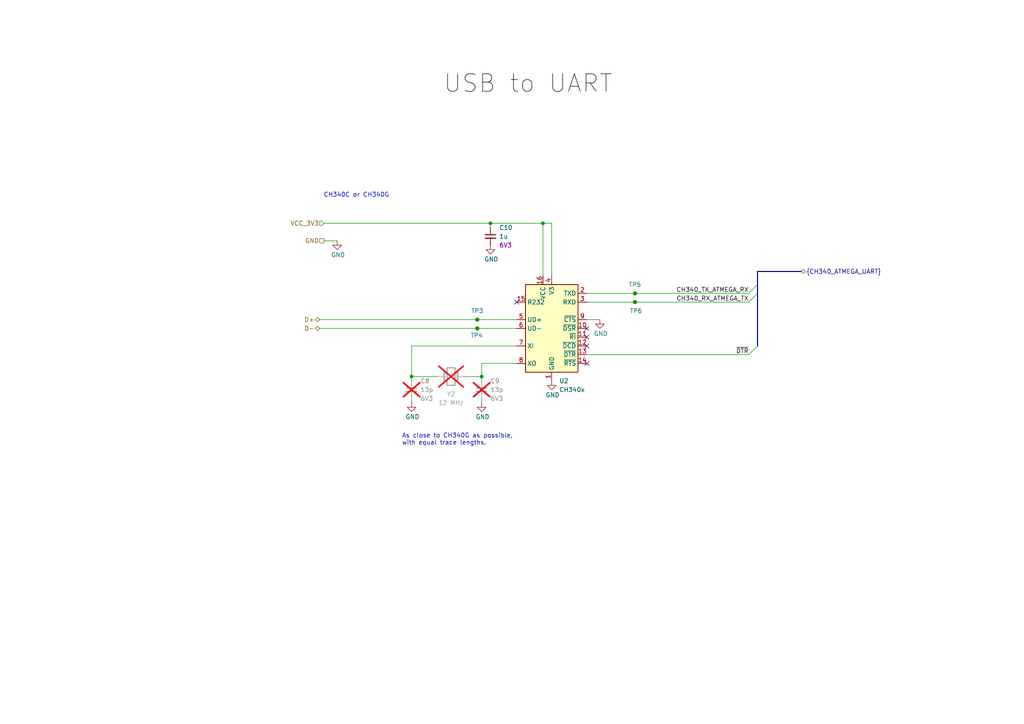
<source format=kicad_sch>
(kicad_sch (version 20250114) (generator "eeschema") (generator_version "9.0")
  (paper "A4")
  (title_block (title "MAGE-CANBOB-002") (date "2025-05-14") (rev "1") (comment 1 "Yiannis Michael") (comment 2 "2025-05-14") (comment 3 "Chris Thomas") (comment 4 "2025-06-02"))
  (lib_symbols
    (symbol "Connector:TestPoint_Small" (pin_numbers (hide yes)) (pin_names (offset 0.762) (hide yes))
      (property "Reference" "TP" (at 0 3.81 0))
      (property "Value" "TestPoint_Small" (at 0 2.032 0))
      (symbol "TestPoint_Small_0_1"
        (circle (center 0 0) (radius 0.508))
      )
      (symbol "TestPoint_Small_1_1"
        (pin passive line (at 0 0 90) (length 0) (name "1") (number "1"))
      )
    )
    (symbol "Device:C_Small" (pin_numbers (hide yes)) (pin_names (offset 0.254) (hide yes))
      (property "Reference" "C" (at 0.254 1.778 0))
      (property "Value" "C_Small" (at 0.254 -2.032 0))
      (symbol "C_Small_0_1"
        (polyline (pts (xy -1.524 0.508) (xy 1.524 0.508)) (stroke (width 0.3048)))
        (polyline (pts (xy -1.524 -0.508) (xy 1.524 -0.508)) (stroke (width 0.3302)))
      )
      (symbol "C_Small_1_1"
        (pin passive line (at 0 2.54 270) (length 2.032) (name "~") (number "1"))
        (pin passive line (at 0 -2.54 90) (length 2.032) (name "~") (number "2"))
      )
    )
    (symbol "Device:Crystal" (pin_numbers (hide yes)) (pin_names (offset 1.016) (hide yes))
      (property "Reference" "Y" (at 0 3.81 0))
      (property "Value" "Crystal" (at 0 -3.81 0))
      (symbol "Crystal_0_1"
        (polyline (pts (xy -2.54 0) (xy -1.905 0)))
        (polyline (pts (xy -1.905 -1.27) (xy -1.905 1.27)) (stroke (width 0.508)))
        (rectangle (start -1.143 2.54) (end 1.143 -2.54) (stroke (width 0.3048)))
        (polyline (pts (xy 1.905 -1.27) (xy 1.905 1.27)) (stroke (width 0.508)))
        (polyline (pts (xy 2.54 0) (xy 1.905 0)))
      )
      (symbol "Crystal_1_1"
        (pin passive line (at -3.81 0 0) (length 1.27) (name "1") (number "1"))
        (pin passive line (at 3.81 0 180) (length 1.27) (name "2") (number "2"))
      )
    )
    (symbol "Interface_USB:CH340G"
      (property "Reference" "U" (at -5.08 13.97 0))
      (property "Value" "CH340G" (at 1.27 13.97 0))
      (symbol "CH340G_0_1"
        (rectangle (start -7.62 12.7) (end 7.62 -12.7) (stroke (width 0.254)) (fill (type background)))
      )
      (symbol "CH340G_1_1"
        (pin input line (at -10.16 7.62 0) (length 2.54) (name "R232") (number "15"))
        (pin bidirectional line (at -10.16 2.54 0) (length 2.54) (name "UD+") (number "5"))
        (pin bidirectional line (at -10.16 0 0) (length 2.54) (name "UD-") (number "6"))
        (pin input line (at -10.16 -5.08 0) (length 2.54) (name "XI") (number "7"))
        (pin output line (at -10.16 -10.16 0) (length 2.54) (name "XO") (number "8"))
        (pin power_in line (at -2.54 15.24 270) (length 2.54) (name "VCC") (number "16"))
        (pin power_out line (at 0 15.24 270) (length 2.54) (name "V3") (number "4"))
        (pin power_in line (at 0 -15.24 90) (length 2.54) (name "GND") (number "1"))
        (pin output line (at 10.16 10.16 180) (length 2.54) (name "TXD") (number "2"))
        (pin input line (at 10.16 7.62 180) (length 2.54) (name "RXD") (number "3"))
        (pin input line (at 10.16 2.54 180) (length 2.54) (name "~{CTS}") (number "9"))
        (pin input line (at 10.16 0 180) (length 2.54) (name "~{DSR}") (number "10"))
        (pin input line (at 10.16 -2.54 180) (length 2.54) (name "~{RI}") (number "11"))
        (pin input line (at 10.16 -5.08 180) (length 2.54) (name "~{DCD}") (number "12"))
        (pin output line (at 10.16 -7.62 180) (length 2.54) (name "~{DTR}") (number "13"))
        (pin output line (at 10.16 -10.16 180) (length 2.54) (name "~{RTS}") (number "14"))
      )
    )
    (symbol "power:GND" (power) (pin_numbers (hide yes)) (pin_names (offset 0) (hide yes))
      (property "Value" "GND" (at 0 -3.81 0))
      (symbol "GND_0_1"
        (polyline (pts (xy 0 0) (xy 0 -1.27) (xy 1.27 -1.27) (xy 0 -2.54) (xy -1.27 -1.27) (xy 0 -1.27)))
      )
      (symbol "GND_1_1"
        (pin power_in line (at 0 0 270) (length 0) (name "~") (number "1"))
      )
    )
  )
  (bus_alias "CH340_ATMEGA_UART" (members "CH340_TX_ATMEGA_RX" "CH340_RX_ATMEGA_TX" "~{DTR}"))
  (text "As close to CH340G as possible, \nwith equal trace lengths." (at 116.586 127.508 0) (effects (font (size 1.27 1.27)) (justify left)))
  (text "CH340C or CH340G" (at 103.378 56.642 0) (effects (font (size 1.27 1.27))))
  (text "USB to UART" (at 153.162 24.384 0) (effects (font (size 5.08 5.08))))
  (junction (at 139.7 109.22))
  (junction (at 184.15 87.63))
  (junction (at 138.43 95.25))
  (junction (at 157.48 64.77))
  (junction (at 184.15 85.09))
  (junction (at 138.43 92.71))
  (junction (at 119.38 109.22))
  (junction (at 142.24 64.77))
  (no_connect (at 170.18 97.79))
  (no_connect (at 170.18 100.33))
  (no_connect (at 170.18 105.41))
  (no_connect (at 149.86 87.63))
  (no_connect (at 170.18 95.25))
  (bus_entry (at 217.17 102.87) (size 2.54 -2.54))
  (bus_entry (at 217.17 85.09) (size 2.54 -2.54))
  (bus_entry (at 217.17 87.63) (size 2.54 -2.54))
  (wire (pts (xy 138.43 95.25) (xy 149.86 95.25)))
  (wire (pts (xy 157.48 64.77) (xy 160.02 64.77)))
  (wire (pts (xy 184.15 85.09) (xy 217.17 85.09)))
  (wire (pts (xy 93.98 64.77) (xy 142.24 64.77)))
  (wire (pts (xy 119.38 115.57) (xy 119.38 116.84)))
  (bus (pts (xy 219.71 100.33) (xy 219.71 85.09)))
  (wire (pts (xy 119.38 109.22) (xy 119.38 110.49)))
  (wire (pts (xy 138.43 92.71) (xy 149.86 92.71)))
  (wire (pts (xy 139.7 105.41) (xy 149.86 105.41)))
  (wire (pts (xy 170.18 102.87) (xy 217.17 102.87)))
  (wire (pts (xy 139.7 115.57) (xy 139.7 116.84)))
  (wire (pts (xy 142.24 66.04) (xy 142.24 64.77)))
  (wire (pts (xy 119.38 109.22) (xy 127 109.22)))
  (wire (pts (xy 142.24 64.77) (xy 157.48 64.77)))
  (wire (pts (xy 157.48 64.77) (xy 157.48 80.01)))
  (bus (pts (xy 219.71 85.09) (xy 219.71 82.55)))
  (bus (pts (xy 219.71 78.74) (xy 232.41 78.74)))
  (wire (pts (xy 139.7 109.22) (xy 139.7 110.49)))
  (wire (pts (xy 184.15 87.63) (xy 217.17 87.63)))
  (wire (pts (xy 97.79 69.85) (xy 93.98 69.85)))
  (wire (pts (xy 170.18 87.63) (xy 184.15 87.63)))
  (wire (pts (xy 92.71 95.25) (xy 138.43 95.25)))
  (wire (pts (xy 119.38 100.33) (xy 149.86 100.33)))
  (wire (pts (xy 92.71 92.71) (xy 138.43 92.71)))
  (wire (pts (xy 119.38 109.22) (xy 119.38 100.33)))
  (wire (pts (xy 139.7 109.22) (xy 139.7 105.41)))
  (wire (pts (xy 170.18 85.09) (xy 184.15 85.09)))
  (wire (pts (xy 134.62 109.22) (xy 139.7 109.22)))
  (bus (pts (xy 219.71 82.55) (xy 219.71 78.74)))
  (wire (pts (xy 170.18 92.71) (xy 173.99 92.71)))
  (wire (pts (xy 160.02 64.77) (xy 160.02 80.01)))
  (label "CH340_RX_ATMEGA_TX" (at 217.17 87.63 180))
  (label "~{DTR}" (at 217.17 102.87 180))
  (label "CH340_TX_ATMEGA_RX" (at 217.17 85.09 180))
  (hierarchical_label "D-" (shape bidirectional) (at 92.71 95.25 180))
  (hierarchical_label "D+" (shape bidirectional) (at 92.71 92.71 180))
  (hierarchical_label "GND" (shape passive) (at 93.98 69.85 180))
  (hierarchical_label "VCC_3V3" (shape input) (at 93.98 64.77 180))
  (hierarchical_label "{CH340_ATMEGA_UART}" (shape bidirectional) (at 232.41 78.74 0))
  (symbol (lib_id "power:GND") (at 139.7 116.84 0) (unit 1)
    (property "Reference" "#PWR029" (effects (hide yes)))
    (property "Value" "GND" (at 139.954 120.904 0))
    (property "Description" "Power symbol creates a global label with name \"GND\" , ground" (effects (hide yes)))
  )
  (symbol (lib_id "Device:C_Small") (at 142.24 68.58 0) (unit 1)
    (property "Reference" "C10" (at 144.78 66.0462 0) (effects (justify left)))
    (property "Value" "1u" (at 144.78 68.5862 0) (effects (justify left)))
    (property "Footprint" "Capacitor_SMD:C_0603_1608Metric_Pad1.08x0.95mm_HandSolder" (effects (hide yes)))
    (property "Description" "Unpolarized capacitor, small symbol" (effects (hide yes)))
    (property "Rating" "6V3" (at 144.78 71.1262 0) (effects (justify left)))
    (property "MPN" "Generic" (effects (hide yes)))
  )
  (symbol (lib_id "Connector:TestPoint_Small") (at 184.15 87.63 0) (unit 1)
    (property "Reference" "TP6" (at 182.626 90.17 0) (effects (justify left)))
    (property "Value" "TestPoint_Small" (effects (hide yes)))
    (property "Footprint" "TestPoint:TestPoint_Pad_D1.5mm" (effects (hide yes)))
    (property "Description" "test point" (effects (hide yes)))
    (property "MPN" "Generic" (effects (hide yes)))
  )
  (symbol (lib_id "Device:C_Small") (at 139.7 113.03 0) (unit 1) (dnp yes)
    (property "Reference" "C9" (at 142.24 110.4962 0) (effects (justify left)))
    (property "Value" "13p" (at 142.24 113.0362 0) (effects (justify left)))
    (property "Footprint" "Capacitor_SMD:C_0603_1608Metric_Pad1.08x0.95mm_HandSolder" (effects (hide yes)))
    (property "Description" "Unpolarized capacitor, small symbol" (effects (hide yes)))
    (property "MPN" "06035A130GAT2A" (effects (hide yes)))
    (property "Rating" "6V3" (at 142.24 115.5762 0) (effects (justify left)))
  )
  (symbol (lib_id "power:GND") (at 173.99 92.71 0) (unit 1)
    (property "Reference" "#PWR063" (effects (hide yes)))
    (property "Value" "GND" (at 174.244 96.774 0))
    (property "Description" "Power symbol creates a global label with name \"GND\" , ground" (effects (hide yes)))
  )
  (symbol (lib_id "Interface_USB:CH340G") (at 160.02 95.25 0) (unit 1)
    (property "Reference" "U2" (at 162.1633 110.49 0) (effects (justify left)))
    (property "Value" "CH340x" (at 162.1633 113.03 0) (effects (justify left)))
    (property "Footprint" "Package_SO:SOIC-16_3.9x9.9mm_P1.27mm" (effects (hide yes)))
    (property "Datasheet" "http://www.datasheet5.com/pdf-local-2195953" (effects (hide yes)))
    (property "Description" "USB serial converter, UART, SOIC-16" (effects (hide yes)))
    (property "MPN" "CH340C" (effects (hide yes)))
  )
  (symbol (lib_id "power:GND") (at 142.24 71.12 0) (unit 1)
    (property "Reference" "#PWR030" (effects (hide yes)))
    (property "Value" "GND" (at 142.494 75.184 0))
    (property "Description" "Power symbol creates a global label with name \"GND\" , ground" (effects (hide yes)))
  )
  (symbol (lib_id "Connector:TestPoint_Small") (at 184.15 85.09 0) (unit 1)
    (property "Reference" "TP5" (at 184.15 82.55 0))
    (property "Value" "TestPoint_Small" (effects (hide yes)))
    (property "Footprint" "TestPoint:TestPoint_Pad_D1.5mm" (effects (hide yes)))
    (property "Description" "test point" (effects (hide yes)))
    (property "MPN" "Generic" (effects (hide yes)))
  )
  (symbol (lib_id "power:GND") (at 160.02 110.49 0) (unit 1)
    (property "Reference" "#PWR031" (effects (hide yes)))
    (property "Value" "GND" (at 160.274 114.554 0))
    (property "Description" "Power symbol creates a global label with name \"GND\" , ground" (effects (hide yes)))
  )
  (symbol (lib_id "power:GND") (at 119.38 116.84 0) (unit 1)
    (property "Reference" "#PWR028" (effects (hide yes)))
    (property "Value" "GND" (at 119.634 120.904 0))
    (property "Description" "Power symbol creates a global label with name \"GND\" , ground" (effects (hide yes)))
  )
  (symbol (lib_id "Connector:TestPoint_Small") (at 138.43 92.71 0) (unit 1)
    (property "Reference" "TP3" (at 138.43 90.17 0))
    (property "Value" "TestPoint_Small" (effects (hide yes)))
    (property "Footprint" "TestPoint:TestPoint_Pad_D1.5mm" (effects (hide yes)))
    (property "Description" "test point" (effects (hide yes)))
    (property "MPN" "Generic" (effects (hide yes)))
  )
  (symbol (lib_id "Device:C_Small") (at 119.38 113.03 0) (unit 1) (dnp yes)
    (property "Reference" "C8" (at 121.92 110.4962 0) (effects (justify left)))
    (property "Value" "13p" (at 121.92 113.0362 0) (effects (justify left)))
    (property "Footprint" "Capacitor_SMD:C_0603_1608Metric_Pad1.08x0.95mm_HandSolder" (effects (hide yes)))
    (property "Description" "Unpolarized capacitor, small symbol" (effects (hide yes)))
    (property "MPN" "06035A130GAT2A" (effects (hide yes)))
    (property "Rating" "6V3" (at 121.92 115.5762 0) (effects (justify left)))
  )
  (symbol (lib_id "power:GND") (at 97.79 69.85 0) (unit 1)
    (property "Reference" "#PWR027" (effects (hide yes)))
    (property "Value" "GND" (at 98.044 73.914 0))
    (property "Description" "Power symbol creates a global label with name \"GND\" , ground" (effects (hide yes)))
  )
  (symbol (lib_id "Connector:TestPoint_Small") (at 138.43 95.25 0) (unit 1)
    (property "Reference" "TP4" (at 136.398 97.282 0) (effects (justify left)))
    (property "Value" "TestPoint_Small" (effects (hide yes)))
    (property "Footprint" "TestPoint:TestPoint_Pad_D1.5mm" (effects (hide yes)))
    (property "Description" "test point" (effects (hide yes)))
    (property "MPN" "Generic" (effects (hide yes)))
  )
  (symbol (lib_id "Device:Crystal") (at 130.81 109.22 0) (unit 1) (dnp yes)
    (property "Reference" "Y2" (at 130.81 114.3 0))
    (property "Value" "12 MHz" (at 130.81 116.84 0))
    (property "Footprint" "Crystal:Crystal_SMD_5032-2Pin_5.0x3.2mm_HandSoldering" (effects (hide yes)))
    (property "Description" "Two pin crystal" (effects (hide yes)))
    (property "MPN" "NX5032GA-12.000M-LN-CD-1" (effects (hide yes)))
  )
)
</source>
